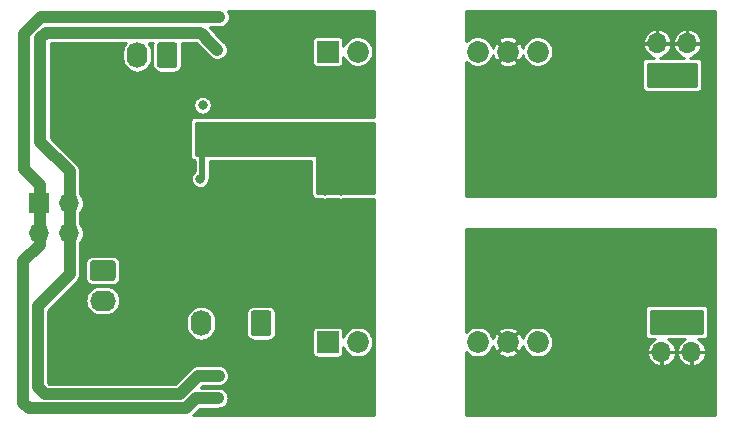
<source format=gbl>
G04 #@! TF.GenerationSoftware,KiCad,Pcbnew,(5.1.6)-1*
G04 #@! TF.CreationDate,2021-04-15T23:13:23+02:00*
G04 #@! TF.ProjectId,GateDriver,47617465-4472-4697-9665-722e6b696361,rev?*
G04 #@! TF.SameCoordinates,Original*
G04 #@! TF.FileFunction,Copper,L2,Bot*
G04 #@! TF.FilePolarity,Positive*
%FSLAX46Y46*%
G04 Gerber Fmt 4.6, Leading zero omitted, Abs format (unit mm)*
G04 Created by KiCad (PCBNEW (5.1.6)-1) date 2021-04-15 23:13:23*
%MOMM*%
%LPD*%
G01*
G04 APERTURE LIST*
G04 #@! TA.AperFunction,ComponentPad*
%ADD10O,1.700000X1.700000*%
G04 #@! TD*
G04 #@! TA.AperFunction,ComponentPad*
%ADD11R,1.700000X1.700000*%
G04 #@! TD*
G04 #@! TA.AperFunction,ComponentPad*
%ADD12O,1.740000X2.190000*%
G04 #@! TD*
G04 #@! TA.AperFunction,ComponentPad*
%ADD13O,2.190000X1.740000*%
G04 #@! TD*
G04 #@! TA.AperFunction,ComponentPad*
%ADD14C,1.850000*%
G04 #@! TD*
G04 #@! TA.AperFunction,ComponentPad*
%ADD15R,1.850000X1.850000*%
G04 #@! TD*
G04 #@! TA.AperFunction,ViaPad*
%ADD16C,0.800000*%
G04 #@! TD*
G04 #@! TA.AperFunction,Conductor*
%ADD17C,1.000000*%
G04 #@! TD*
G04 #@! TA.AperFunction,Conductor*
%ADD18C,0.500000*%
G04 #@! TD*
G04 #@! TA.AperFunction,Conductor*
%ADD19C,0.254000*%
G04 #@! TD*
G04 APERTURE END LIST*
D10*
X112590000Y-79240000D03*
X112590000Y-76700000D03*
X110050000Y-79240000D03*
D11*
X110050000Y-76700000D03*
D10*
X109685000Y-53110000D03*
X109685000Y-55650000D03*
X112225000Y-53110000D03*
D11*
X112225000Y-55650000D03*
D10*
X59890000Y-69190000D03*
X59890000Y-66650000D03*
X57350000Y-69190000D03*
D11*
X57350000Y-66650000D03*
D12*
X60580000Y-54100000D03*
X63120000Y-54100000D03*
X65660000Y-54100000D03*
G04 #@! TA.AperFunction,ComponentPad*
G36*
G01*
X69070000Y-53254999D02*
X69070000Y-54945001D01*
G75*
G02*
X68820001Y-55195000I-249999J0D01*
G01*
X67579999Y-55195000D01*
G75*
G02*
X67330000Y-54945001I0J249999D01*
G01*
X67330000Y-53254999D01*
G75*
G02*
X67579999Y-53005000I249999J0D01*
G01*
X68820001Y-53005000D01*
G75*
G02*
X69070000Y-53254999I0J-249999D01*
G01*
G37*
G04 #@! TD.AperFunction*
X68530000Y-76800000D03*
X71070000Y-76800000D03*
X73610000Y-76800000D03*
G04 #@! TA.AperFunction,ComponentPad*
G36*
G01*
X77020000Y-75954999D02*
X77020000Y-77645001D01*
G75*
G02*
X76770001Y-77895000I-249999J0D01*
G01*
X75529999Y-77895000D01*
G75*
G02*
X75280000Y-77645001I0J249999D01*
G01*
X75280000Y-75954999D01*
G75*
G02*
X75529999Y-75705000I249999J0D01*
G01*
X76770001Y-75705000D01*
G75*
G02*
X77020000Y-75954999I0J-249999D01*
G01*
G37*
G04 #@! TD.AperFunction*
D13*
X62750000Y-79970000D03*
X62750000Y-77430000D03*
X62750000Y-74890000D03*
G04 #@! TA.AperFunction,ComponentPad*
G36*
G01*
X61904999Y-71480000D02*
X63595001Y-71480000D01*
G75*
G02*
X63845000Y-71729999I0J-249999D01*
G01*
X63845000Y-72970001D01*
G75*
G02*
X63595001Y-73220000I-249999J0D01*
G01*
X61904999Y-73220000D01*
G75*
G02*
X61655000Y-72970001I0J249999D01*
G01*
X61655000Y-71729999D01*
G75*
G02*
X61904999Y-71480000I249999J0D01*
G01*
G37*
G04 #@! TD.AperFunction*
D14*
X99580000Y-53800000D03*
X97040000Y-53800000D03*
X94500000Y-53800000D03*
X84340000Y-53800000D03*
D15*
X81800000Y-53800000D03*
X81800000Y-78400000D03*
D14*
X84340000Y-78400000D03*
X94500000Y-78400000D03*
X97040000Y-78400000D03*
X99580000Y-78400000D03*
D16*
X72450000Y-53650000D03*
X71775000Y-52975000D03*
X71112500Y-52312500D03*
X72525000Y-81250000D03*
X71675000Y-81250000D03*
X70825000Y-81250000D03*
X72625000Y-50875000D03*
X71725000Y-50875000D03*
X70850000Y-50875000D03*
X72490000Y-83150000D03*
X71560000Y-83150000D03*
X70630002Y-83149998D03*
X64625000Y-60525000D03*
X65600000Y-60525000D03*
X65600000Y-61825000D03*
X64625000Y-61825000D03*
X82950000Y-66825000D03*
X82975000Y-68100000D03*
X81525000Y-68575000D03*
X77200000Y-65300000D03*
X76475000Y-65050000D03*
X67300000Y-63125000D03*
X70750000Y-67550000D03*
X72750000Y-65275000D03*
X79525000Y-66200000D03*
X60775000Y-63150000D03*
X74710000Y-58360000D03*
X63950000Y-64350000D03*
X64525000Y-68100000D03*
X76650000Y-70075000D03*
X80775000Y-72800000D03*
X79575000Y-70025000D03*
X81290000Y-84330000D03*
X84590000Y-84210000D03*
X85250000Y-81650000D03*
X85260000Y-76720000D03*
X85250000Y-73450000D03*
X85260000Y-58560000D03*
X85230000Y-55510000D03*
X85240000Y-51730000D03*
X58790000Y-55590000D03*
X58820000Y-59100000D03*
X61930000Y-55590000D03*
X78040000Y-58360000D03*
X78040000Y-56570000D03*
X74720000Y-56580000D03*
X71210000Y-56580000D03*
X65320000Y-72070000D03*
X65300000Y-74570000D03*
X65310000Y-77150000D03*
X67300000Y-81260000D03*
X65300000Y-81260000D03*
X62160000Y-81270000D03*
X59010000Y-81240000D03*
X59030000Y-78180000D03*
X59010000Y-75360000D03*
X65850000Y-58550000D03*
X71200000Y-60275000D03*
X73825000Y-60300000D03*
X71175000Y-62100000D03*
X72700000Y-61075000D03*
X71000000Y-64575000D03*
X81525000Y-65575000D03*
X82900000Y-65575000D03*
X77200000Y-61200000D03*
X85260000Y-61540000D03*
X71200000Y-58360000D03*
X98675000Y-65575000D03*
X99725000Y-65575000D03*
X106250000Y-51825000D03*
X106250000Y-53850000D03*
X106250000Y-55875000D03*
X106250000Y-57875000D03*
X106250000Y-58824999D03*
X113300000Y-51050000D03*
X109700000Y-51050000D03*
X113425000Y-65000000D03*
X113425000Y-63125000D03*
X113275000Y-59775000D03*
X93900000Y-73150000D03*
X95000000Y-73150000D03*
X106475000Y-75675000D03*
X106475000Y-77700000D03*
X106475000Y-79700000D03*
X106475000Y-81700000D03*
X106475000Y-83700000D03*
X109450000Y-83700000D03*
X113850000Y-83700000D03*
X108750000Y-69375000D03*
X99700000Y-72650000D03*
X108475000Y-72500000D03*
X109450000Y-81450000D03*
X113850000Y-81450000D03*
D17*
X59945000Y-65100000D02*
X59945000Y-64095000D01*
X72450000Y-53650000D02*
X72450000Y-53650000D01*
X71775000Y-52975000D02*
X72450000Y-53650000D01*
X71112500Y-52312500D02*
X71775000Y-52975000D01*
X72525000Y-81250000D02*
X72575000Y-81250000D01*
X71675000Y-81250000D02*
X72525000Y-81250000D01*
X70825000Y-81250000D02*
X71675000Y-81250000D01*
X59945000Y-65100000D02*
X59945000Y-70150000D01*
X71000000Y-52200000D02*
X71112500Y-52312500D01*
X59945000Y-63948002D02*
X57450000Y-61453002D01*
X57450000Y-52675000D02*
X57925000Y-52200000D01*
X57450000Y-61453002D02*
X57450000Y-52675000D01*
X59945000Y-65100000D02*
X59945000Y-63948002D01*
X57925000Y-52200000D02*
X71000000Y-52200000D01*
X57834989Y-82809989D02*
X69265011Y-82809989D01*
X69265011Y-82809989D02*
X70825000Y-81250000D01*
X57230011Y-75369989D02*
X57230011Y-82205011D01*
X57230011Y-82205011D02*
X57834989Y-82809989D01*
X59945000Y-72655000D02*
X57230011Y-75369989D01*
X59945000Y-70150000D02*
X59945000Y-72655000D01*
X72625000Y-50875000D02*
X72625000Y-50875000D01*
X71725000Y-50875000D02*
X72625000Y-50875000D01*
X70850000Y-50875000D02*
X71725000Y-50875000D01*
X72525000Y-83150000D02*
X72525000Y-83150000D01*
X71675000Y-83150000D02*
X72525000Y-83150000D01*
X57405000Y-65100000D02*
X57405000Y-70150000D01*
X57525000Y-50875000D02*
X70850000Y-50875000D01*
X56075000Y-52325000D02*
X57525000Y-50875000D01*
X57405000Y-65100000D02*
X56075000Y-63770000D01*
X56075000Y-63770000D02*
X56075000Y-52325000D01*
X56030000Y-71525000D02*
X56030000Y-83560000D01*
X56030000Y-83560000D02*
X56480000Y-84010000D01*
X57405000Y-70150000D02*
X56030000Y-71525000D01*
X70630004Y-83150000D02*
X70630002Y-83149998D01*
X56480000Y-84010000D02*
X69770000Y-84010000D01*
X71675000Y-83150000D02*
X70630004Y-83150000D01*
X69770000Y-84010000D02*
X70630002Y-83149998D01*
D18*
X71175000Y-62100000D02*
X71175000Y-64400000D01*
X71175000Y-64400000D02*
X71000000Y-64575000D01*
D19*
G36*
X114594001Y-66073000D02*
G01*
X93527000Y-66073000D01*
X93527000Y-54673962D01*
X93667474Y-54814436D01*
X93881377Y-54957362D01*
X94119054Y-55055811D01*
X94371370Y-55106000D01*
X94628630Y-55106000D01*
X94880946Y-55055811D01*
X95118623Y-54957362D01*
X95332526Y-54814436D01*
X95470254Y-54676708D01*
X96195819Y-54676708D01*
X96287364Y-54875044D01*
X96511556Y-55001219D01*
X96756056Y-55081232D01*
X97011468Y-55112008D01*
X97267976Y-55092364D01*
X97515723Y-55023056D01*
X97745188Y-54906746D01*
X97792636Y-54875044D01*
X97884181Y-54676708D01*
X97040000Y-53832527D01*
X96195819Y-54676708D01*
X95470254Y-54676708D01*
X95514436Y-54632526D01*
X95657362Y-54418623D01*
X95755811Y-54180946D01*
X95770197Y-54108622D01*
X95816944Y-54275723D01*
X95933254Y-54505188D01*
X95964956Y-54552636D01*
X96163292Y-54644181D01*
X97007473Y-53800000D01*
X97072527Y-53800000D01*
X97916708Y-54644181D01*
X98115044Y-54552636D01*
X98241219Y-54328444D01*
X98311070Y-54114995D01*
X98324189Y-54180946D01*
X98422638Y-54418623D01*
X98565564Y-54632526D01*
X98747474Y-54814436D01*
X98961377Y-54957362D01*
X99199054Y-55055811D01*
X99451370Y-55106000D01*
X99708630Y-55106000D01*
X99960946Y-55055811D01*
X100198623Y-54957362D01*
X100412526Y-54814436D01*
X100526962Y-54700000D01*
X108419000Y-54700000D01*
X108419000Y-56850000D01*
X108426321Y-56924329D01*
X108448002Y-56995802D01*
X108483210Y-57061672D01*
X108530592Y-57119408D01*
X108588328Y-57166790D01*
X108654198Y-57201998D01*
X108725671Y-57223679D01*
X108800000Y-57231000D01*
X113125000Y-57231000D01*
X113199329Y-57223679D01*
X113270802Y-57201998D01*
X113336672Y-57166790D01*
X113394408Y-57119408D01*
X113441790Y-57061672D01*
X113476998Y-56995802D01*
X113498679Y-56924329D01*
X113506000Y-56850000D01*
X113506000Y-54700000D01*
X113498679Y-54625671D01*
X113476998Y-54554198D01*
X113441790Y-54488328D01*
X113394408Y-54430592D01*
X113336672Y-54383210D01*
X113270802Y-54348002D01*
X113199329Y-54326321D01*
X113125000Y-54319000D01*
X112455506Y-54319000D01*
X112489957Y-54312147D01*
X112719393Y-54237358D01*
X112929830Y-54119245D01*
X113113181Y-53962347D01*
X113262400Y-53772694D01*
X113371752Y-53557574D01*
X113437035Y-53325254D01*
X113360536Y-53133000D01*
X112248000Y-53133000D01*
X112248000Y-53153000D01*
X112202000Y-53153000D01*
X112202000Y-53133000D01*
X111089464Y-53133000D01*
X111012965Y-53325254D01*
X111078248Y-53557574D01*
X111187600Y-53772694D01*
X111336819Y-53962347D01*
X111520170Y-54119245D01*
X111730607Y-54237358D01*
X111960043Y-54312147D01*
X111994494Y-54319000D01*
X109915506Y-54319000D01*
X109949957Y-54312147D01*
X110179393Y-54237358D01*
X110389830Y-54119245D01*
X110573181Y-53962347D01*
X110722400Y-53772694D01*
X110831752Y-53557574D01*
X110897035Y-53325254D01*
X110820536Y-53133000D01*
X109708000Y-53133000D01*
X109708000Y-53153000D01*
X109662000Y-53153000D01*
X109662000Y-53133000D01*
X108549464Y-53133000D01*
X108472965Y-53325254D01*
X108538248Y-53557574D01*
X108647600Y-53772694D01*
X108796819Y-53962347D01*
X108980170Y-54119245D01*
X109190607Y-54237358D01*
X109420043Y-54312147D01*
X109454494Y-54319000D01*
X108800000Y-54319000D01*
X108725671Y-54326321D01*
X108654198Y-54348002D01*
X108588328Y-54383210D01*
X108530592Y-54430592D01*
X108483210Y-54488328D01*
X108448002Y-54554198D01*
X108426321Y-54625671D01*
X108419000Y-54700000D01*
X100526962Y-54700000D01*
X100594436Y-54632526D01*
X100737362Y-54418623D01*
X100835811Y-54180946D01*
X100886000Y-53928630D01*
X100886000Y-53671370D01*
X100835811Y-53419054D01*
X100737362Y-53181377D01*
X100594436Y-52967474D01*
X100521708Y-52894746D01*
X108472965Y-52894746D01*
X108549464Y-53087000D01*
X109662000Y-53087000D01*
X109662000Y-51974483D01*
X109708000Y-51974483D01*
X109708000Y-53087000D01*
X110820536Y-53087000D01*
X110897035Y-52894746D01*
X111012965Y-52894746D01*
X111089464Y-53087000D01*
X112202000Y-53087000D01*
X112202000Y-51974483D01*
X112248000Y-51974483D01*
X112248000Y-53087000D01*
X113360536Y-53087000D01*
X113437035Y-52894746D01*
X113371752Y-52662426D01*
X113262400Y-52447306D01*
X113113181Y-52257653D01*
X112929830Y-52100755D01*
X112719393Y-51982642D01*
X112489957Y-51907853D01*
X112440254Y-51897966D01*
X112248000Y-51974483D01*
X112202000Y-51974483D01*
X112009746Y-51897966D01*
X111960043Y-51907853D01*
X111730607Y-51982642D01*
X111520170Y-52100755D01*
X111336819Y-52257653D01*
X111187600Y-52447306D01*
X111078248Y-52662426D01*
X111012965Y-52894746D01*
X110897035Y-52894746D01*
X110831752Y-52662426D01*
X110722400Y-52447306D01*
X110573181Y-52257653D01*
X110389830Y-52100755D01*
X110179393Y-51982642D01*
X109949957Y-51907853D01*
X109900254Y-51897966D01*
X109708000Y-51974483D01*
X109662000Y-51974483D01*
X109469746Y-51897966D01*
X109420043Y-51907853D01*
X109190607Y-51982642D01*
X108980170Y-52100755D01*
X108796819Y-52257653D01*
X108647600Y-52447306D01*
X108538248Y-52662426D01*
X108472965Y-52894746D01*
X100521708Y-52894746D01*
X100412526Y-52785564D01*
X100198623Y-52642638D01*
X99960946Y-52544189D01*
X99708630Y-52494000D01*
X99451370Y-52494000D01*
X99199054Y-52544189D01*
X98961377Y-52642638D01*
X98747474Y-52785564D01*
X98565564Y-52967474D01*
X98422638Y-53181377D01*
X98324189Y-53419054D01*
X98309803Y-53491378D01*
X98263056Y-53324277D01*
X98146746Y-53094812D01*
X98115044Y-53047364D01*
X97916708Y-52955819D01*
X97072527Y-53800000D01*
X97007473Y-53800000D01*
X96163292Y-52955819D01*
X95964956Y-53047364D01*
X95838781Y-53271556D01*
X95768930Y-53485005D01*
X95755811Y-53419054D01*
X95657362Y-53181377D01*
X95514436Y-52967474D01*
X95470254Y-52923292D01*
X96195819Y-52923292D01*
X97040000Y-53767473D01*
X97884181Y-52923292D01*
X97792636Y-52724956D01*
X97568444Y-52598781D01*
X97323944Y-52518768D01*
X97068532Y-52487992D01*
X96812024Y-52507636D01*
X96564277Y-52576944D01*
X96334812Y-52693254D01*
X96287364Y-52724956D01*
X96195819Y-52923292D01*
X95470254Y-52923292D01*
X95332526Y-52785564D01*
X95118623Y-52642638D01*
X94880946Y-52544189D01*
X94628630Y-52494000D01*
X94371370Y-52494000D01*
X94119054Y-52544189D01*
X93881377Y-52642638D01*
X93667474Y-52785564D01*
X93527000Y-52926038D01*
X93527000Y-50406000D01*
X114594001Y-50406000D01*
X114594001Y-66073000D01*
G37*
X114594001Y-66073000D02*
X93527000Y-66073000D01*
X93527000Y-54673962D01*
X93667474Y-54814436D01*
X93881377Y-54957362D01*
X94119054Y-55055811D01*
X94371370Y-55106000D01*
X94628630Y-55106000D01*
X94880946Y-55055811D01*
X95118623Y-54957362D01*
X95332526Y-54814436D01*
X95470254Y-54676708D01*
X96195819Y-54676708D01*
X96287364Y-54875044D01*
X96511556Y-55001219D01*
X96756056Y-55081232D01*
X97011468Y-55112008D01*
X97267976Y-55092364D01*
X97515723Y-55023056D01*
X97745188Y-54906746D01*
X97792636Y-54875044D01*
X97884181Y-54676708D01*
X97040000Y-53832527D01*
X96195819Y-54676708D01*
X95470254Y-54676708D01*
X95514436Y-54632526D01*
X95657362Y-54418623D01*
X95755811Y-54180946D01*
X95770197Y-54108622D01*
X95816944Y-54275723D01*
X95933254Y-54505188D01*
X95964956Y-54552636D01*
X96163292Y-54644181D01*
X97007473Y-53800000D01*
X97072527Y-53800000D01*
X97916708Y-54644181D01*
X98115044Y-54552636D01*
X98241219Y-54328444D01*
X98311070Y-54114995D01*
X98324189Y-54180946D01*
X98422638Y-54418623D01*
X98565564Y-54632526D01*
X98747474Y-54814436D01*
X98961377Y-54957362D01*
X99199054Y-55055811D01*
X99451370Y-55106000D01*
X99708630Y-55106000D01*
X99960946Y-55055811D01*
X100198623Y-54957362D01*
X100412526Y-54814436D01*
X100526962Y-54700000D01*
X108419000Y-54700000D01*
X108419000Y-56850000D01*
X108426321Y-56924329D01*
X108448002Y-56995802D01*
X108483210Y-57061672D01*
X108530592Y-57119408D01*
X108588328Y-57166790D01*
X108654198Y-57201998D01*
X108725671Y-57223679D01*
X108800000Y-57231000D01*
X113125000Y-57231000D01*
X113199329Y-57223679D01*
X113270802Y-57201998D01*
X113336672Y-57166790D01*
X113394408Y-57119408D01*
X113441790Y-57061672D01*
X113476998Y-56995802D01*
X113498679Y-56924329D01*
X113506000Y-56850000D01*
X113506000Y-54700000D01*
X113498679Y-54625671D01*
X113476998Y-54554198D01*
X113441790Y-54488328D01*
X113394408Y-54430592D01*
X113336672Y-54383210D01*
X113270802Y-54348002D01*
X113199329Y-54326321D01*
X113125000Y-54319000D01*
X112455506Y-54319000D01*
X112489957Y-54312147D01*
X112719393Y-54237358D01*
X112929830Y-54119245D01*
X113113181Y-53962347D01*
X113262400Y-53772694D01*
X113371752Y-53557574D01*
X113437035Y-53325254D01*
X113360536Y-53133000D01*
X112248000Y-53133000D01*
X112248000Y-53153000D01*
X112202000Y-53153000D01*
X112202000Y-53133000D01*
X111089464Y-53133000D01*
X111012965Y-53325254D01*
X111078248Y-53557574D01*
X111187600Y-53772694D01*
X111336819Y-53962347D01*
X111520170Y-54119245D01*
X111730607Y-54237358D01*
X111960043Y-54312147D01*
X111994494Y-54319000D01*
X109915506Y-54319000D01*
X109949957Y-54312147D01*
X110179393Y-54237358D01*
X110389830Y-54119245D01*
X110573181Y-53962347D01*
X110722400Y-53772694D01*
X110831752Y-53557574D01*
X110897035Y-53325254D01*
X110820536Y-53133000D01*
X109708000Y-53133000D01*
X109708000Y-53153000D01*
X109662000Y-53153000D01*
X109662000Y-53133000D01*
X108549464Y-53133000D01*
X108472965Y-53325254D01*
X108538248Y-53557574D01*
X108647600Y-53772694D01*
X108796819Y-53962347D01*
X108980170Y-54119245D01*
X109190607Y-54237358D01*
X109420043Y-54312147D01*
X109454494Y-54319000D01*
X108800000Y-54319000D01*
X108725671Y-54326321D01*
X108654198Y-54348002D01*
X108588328Y-54383210D01*
X108530592Y-54430592D01*
X108483210Y-54488328D01*
X108448002Y-54554198D01*
X108426321Y-54625671D01*
X108419000Y-54700000D01*
X100526962Y-54700000D01*
X100594436Y-54632526D01*
X100737362Y-54418623D01*
X100835811Y-54180946D01*
X100886000Y-53928630D01*
X100886000Y-53671370D01*
X100835811Y-53419054D01*
X100737362Y-53181377D01*
X100594436Y-52967474D01*
X100521708Y-52894746D01*
X108472965Y-52894746D01*
X108549464Y-53087000D01*
X109662000Y-53087000D01*
X109662000Y-51974483D01*
X109708000Y-51974483D01*
X109708000Y-53087000D01*
X110820536Y-53087000D01*
X110897035Y-52894746D01*
X111012965Y-52894746D01*
X111089464Y-53087000D01*
X112202000Y-53087000D01*
X112202000Y-51974483D01*
X112248000Y-51974483D01*
X112248000Y-53087000D01*
X113360536Y-53087000D01*
X113437035Y-52894746D01*
X113371752Y-52662426D01*
X113262400Y-52447306D01*
X113113181Y-52257653D01*
X112929830Y-52100755D01*
X112719393Y-51982642D01*
X112489957Y-51907853D01*
X112440254Y-51897966D01*
X112248000Y-51974483D01*
X112202000Y-51974483D01*
X112009746Y-51897966D01*
X111960043Y-51907853D01*
X111730607Y-51982642D01*
X111520170Y-52100755D01*
X111336819Y-52257653D01*
X111187600Y-52447306D01*
X111078248Y-52662426D01*
X111012965Y-52894746D01*
X110897035Y-52894746D01*
X110831752Y-52662426D01*
X110722400Y-52447306D01*
X110573181Y-52257653D01*
X110389830Y-52100755D01*
X110179393Y-51982642D01*
X109949957Y-51907853D01*
X109900254Y-51897966D01*
X109708000Y-51974483D01*
X109662000Y-51974483D01*
X109469746Y-51897966D01*
X109420043Y-51907853D01*
X109190607Y-51982642D01*
X108980170Y-52100755D01*
X108796819Y-52257653D01*
X108647600Y-52447306D01*
X108538248Y-52662426D01*
X108472965Y-52894746D01*
X100521708Y-52894746D01*
X100412526Y-52785564D01*
X100198623Y-52642638D01*
X99960946Y-52544189D01*
X99708630Y-52494000D01*
X99451370Y-52494000D01*
X99199054Y-52544189D01*
X98961377Y-52642638D01*
X98747474Y-52785564D01*
X98565564Y-52967474D01*
X98422638Y-53181377D01*
X98324189Y-53419054D01*
X98309803Y-53491378D01*
X98263056Y-53324277D01*
X98146746Y-53094812D01*
X98115044Y-53047364D01*
X97916708Y-52955819D01*
X97072527Y-53800000D01*
X97007473Y-53800000D01*
X96163292Y-52955819D01*
X95964956Y-53047364D01*
X95838781Y-53271556D01*
X95768930Y-53485005D01*
X95755811Y-53419054D01*
X95657362Y-53181377D01*
X95514436Y-52967474D01*
X95470254Y-52923292D01*
X96195819Y-52923292D01*
X97040000Y-53767473D01*
X97884181Y-52923292D01*
X97792636Y-52724956D01*
X97568444Y-52598781D01*
X97323944Y-52518768D01*
X97068532Y-52487992D01*
X96812024Y-52507636D01*
X96564277Y-52576944D01*
X96334812Y-52693254D01*
X96287364Y-52724956D01*
X96195819Y-52923292D01*
X95470254Y-52923292D01*
X95332526Y-52785564D01*
X95118623Y-52642638D01*
X94880946Y-52544189D01*
X94628630Y-52494000D01*
X94371370Y-52494000D01*
X94119054Y-52544189D01*
X93881377Y-52642638D01*
X93667474Y-52785564D01*
X93527000Y-52926038D01*
X93527000Y-50406000D01*
X114594001Y-50406000D01*
X114594001Y-66073000D01*
G36*
X114594000Y-84594000D02*
G01*
X93527000Y-84594000D01*
X93527000Y-79273962D01*
X93667474Y-79414436D01*
X93881377Y-79557362D01*
X94119054Y-79655811D01*
X94371370Y-79706000D01*
X94628630Y-79706000D01*
X94880946Y-79655811D01*
X95118623Y-79557362D01*
X95332526Y-79414436D01*
X95470254Y-79276708D01*
X96195819Y-79276708D01*
X96287364Y-79475044D01*
X96511556Y-79601219D01*
X96756056Y-79681232D01*
X97011468Y-79712008D01*
X97267976Y-79692364D01*
X97515723Y-79623056D01*
X97745188Y-79506746D01*
X97792636Y-79475044D01*
X97884181Y-79276708D01*
X97040000Y-78432527D01*
X96195819Y-79276708D01*
X95470254Y-79276708D01*
X95514436Y-79232526D01*
X95657362Y-79018623D01*
X95755811Y-78780946D01*
X95770197Y-78708622D01*
X95816944Y-78875723D01*
X95933254Y-79105188D01*
X95964956Y-79152636D01*
X96163292Y-79244181D01*
X97007473Y-78400000D01*
X97072527Y-78400000D01*
X97916708Y-79244181D01*
X98115044Y-79152636D01*
X98241219Y-78928444D01*
X98311070Y-78714995D01*
X98324189Y-78780946D01*
X98422638Y-79018623D01*
X98565564Y-79232526D01*
X98747474Y-79414436D01*
X98961377Y-79557362D01*
X99199054Y-79655811D01*
X99451370Y-79706000D01*
X99708630Y-79706000D01*
X99960946Y-79655811D01*
X100198623Y-79557362D01*
X100351437Y-79455254D01*
X108837965Y-79455254D01*
X108903248Y-79687574D01*
X109012600Y-79902694D01*
X109161819Y-80092347D01*
X109345170Y-80249245D01*
X109555607Y-80367358D01*
X109785043Y-80442147D01*
X109834746Y-80452034D01*
X110027000Y-80375517D01*
X110027000Y-79263000D01*
X110073000Y-79263000D01*
X110073000Y-80375517D01*
X110265254Y-80452034D01*
X110314957Y-80442147D01*
X110544393Y-80367358D01*
X110754830Y-80249245D01*
X110938181Y-80092347D01*
X111087400Y-79902694D01*
X111196752Y-79687574D01*
X111262035Y-79455254D01*
X111377965Y-79455254D01*
X111443248Y-79687574D01*
X111552600Y-79902694D01*
X111701819Y-80092347D01*
X111885170Y-80249245D01*
X112095607Y-80367358D01*
X112325043Y-80442147D01*
X112374746Y-80452034D01*
X112567000Y-80375517D01*
X112567000Y-79263000D01*
X112613000Y-79263000D01*
X112613000Y-80375517D01*
X112805254Y-80452034D01*
X112854957Y-80442147D01*
X113084393Y-80367358D01*
X113294830Y-80249245D01*
X113478181Y-80092347D01*
X113627400Y-79902694D01*
X113736752Y-79687574D01*
X113802035Y-79455254D01*
X113725536Y-79263000D01*
X112613000Y-79263000D01*
X112567000Y-79263000D01*
X111454464Y-79263000D01*
X111377965Y-79455254D01*
X111262035Y-79455254D01*
X111185536Y-79263000D01*
X110073000Y-79263000D01*
X110027000Y-79263000D01*
X108914464Y-79263000D01*
X108837965Y-79455254D01*
X100351437Y-79455254D01*
X100412526Y-79414436D01*
X100594436Y-79232526D01*
X100737362Y-79018623D01*
X100835811Y-78780946D01*
X100886000Y-78528630D01*
X100886000Y-78271370D01*
X100835811Y-78019054D01*
X100737362Y-77781377D01*
X100594436Y-77567474D01*
X100412526Y-77385564D01*
X100198623Y-77242638D01*
X99960946Y-77144189D01*
X99708630Y-77094000D01*
X99451370Y-77094000D01*
X99199054Y-77144189D01*
X98961377Y-77242638D01*
X98747474Y-77385564D01*
X98565564Y-77567474D01*
X98422638Y-77781377D01*
X98324189Y-78019054D01*
X98309803Y-78091378D01*
X98263056Y-77924277D01*
X98146746Y-77694812D01*
X98115044Y-77647364D01*
X97916708Y-77555819D01*
X97072527Y-78400000D01*
X97007473Y-78400000D01*
X96163292Y-77555819D01*
X95964956Y-77647364D01*
X95838781Y-77871556D01*
X95768930Y-78085005D01*
X95755811Y-78019054D01*
X95657362Y-77781377D01*
X95514436Y-77567474D01*
X95470254Y-77523292D01*
X96195819Y-77523292D01*
X97040000Y-78367473D01*
X97884181Y-77523292D01*
X97792636Y-77324956D01*
X97568444Y-77198781D01*
X97323944Y-77118768D01*
X97068532Y-77087992D01*
X96812024Y-77107636D01*
X96564277Y-77176944D01*
X96334812Y-77293254D01*
X96287364Y-77324956D01*
X96195819Y-77523292D01*
X95470254Y-77523292D01*
X95332526Y-77385564D01*
X95118623Y-77242638D01*
X94880946Y-77144189D01*
X94628630Y-77094000D01*
X94371370Y-77094000D01*
X94119054Y-77144189D01*
X93881377Y-77242638D01*
X93667474Y-77385564D01*
X93527000Y-77526038D01*
X93527000Y-75650000D01*
X108619000Y-75650000D01*
X108619000Y-77775000D01*
X108626321Y-77849329D01*
X108648002Y-77920802D01*
X108683210Y-77986672D01*
X108730592Y-78044408D01*
X108788328Y-78091790D01*
X108854198Y-78126998D01*
X108925671Y-78148679D01*
X109000000Y-78156000D01*
X109478358Y-78156000D01*
X109345170Y-78230755D01*
X109161819Y-78387653D01*
X109012600Y-78577306D01*
X108903248Y-78792426D01*
X108837965Y-79024746D01*
X108914464Y-79217000D01*
X110027000Y-79217000D01*
X110027000Y-79197000D01*
X110073000Y-79197000D01*
X110073000Y-79217000D01*
X111185536Y-79217000D01*
X111262035Y-79024746D01*
X111196752Y-78792426D01*
X111087400Y-78577306D01*
X110938181Y-78387653D01*
X110754830Y-78230755D01*
X110621642Y-78156000D01*
X112018358Y-78156000D01*
X111885170Y-78230755D01*
X111701819Y-78387653D01*
X111552600Y-78577306D01*
X111443248Y-78792426D01*
X111377965Y-79024746D01*
X111454464Y-79217000D01*
X112567000Y-79217000D01*
X112567000Y-79197000D01*
X112613000Y-79197000D01*
X112613000Y-79217000D01*
X113725536Y-79217000D01*
X113802035Y-79024746D01*
X113736752Y-78792426D01*
X113627400Y-78577306D01*
X113478181Y-78387653D01*
X113294830Y-78230755D01*
X113161642Y-78156000D01*
X113650000Y-78156000D01*
X113724329Y-78148679D01*
X113795802Y-78126998D01*
X113861672Y-78091790D01*
X113919408Y-78044408D01*
X113966790Y-77986672D01*
X114001998Y-77920802D01*
X114023679Y-77849329D01*
X114031000Y-77775000D01*
X114031000Y-75650000D01*
X114023679Y-75575671D01*
X114001998Y-75504198D01*
X113966790Y-75438328D01*
X113919408Y-75380592D01*
X113861672Y-75333210D01*
X113795802Y-75298002D01*
X113724329Y-75276321D01*
X113650000Y-75269000D01*
X109000000Y-75269000D01*
X108925671Y-75276321D01*
X108854198Y-75298002D01*
X108788328Y-75333210D01*
X108730592Y-75380592D01*
X108683210Y-75438328D01*
X108648002Y-75504198D01*
X108626321Y-75575671D01*
X108619000Y-75650000D01*
X93527000Y-75650000D01*
X93527000Y-68827000D01*
X114594000Y-68827000D01*
X114594000Y-84594000D01*
G37*
X114594000Y-84594000D02*
X93527000Y-84594000D01*
X93527000Y-79273962D01*
X93667474Y-79414436D01*
X93881377Y-79557362D01*
X94119054Y-79655811D01*
X94371370Y-79706000D01*
X94628630Y-79706000D01*
X94880946Y-79655811D01*
X95118623Y-79557362D01*
X95332526Y-79414436D01*
X95470254Y-79276708D01*
X96195819Y-79276708D01*
X96287364Y-79475044D01*
X96511556Y-79601219D01*
X96756056Y-79681232D01*
X97011468Y-79712008D01*
X97267976Y-79692364D01*
X97515723Y-79623056D01*
X97745188Y-79506746D01*
X97792636Y-79475044D01*
X97884181Y-79276708D01*
X97040000Y-78432527D01*
X96195819Y-79276708D01*
X95470254Y-79276708D01*
X95514436Y-79232526D01*
X95657362Y-79018623D01*
X95755811Y-78780946D01*
X95770197Y-78708622D01*
X95816944Y-78875723D01*
X95933254Y-79105188D01*
X95964956Y-79152636D01*
X96163292Y-79244181D01*
X97007473Y-78400000D01*
X97072527Y-78400000D01*
X97916708Y-79244181D01*
X98115044Y-79152636D01*
X98241219Y-78928444D01*
X98311070Y-78714995D01*
X98324189Y-78780946D01*
X98422638Y-79018623D01*
X98565564Y-79232526D01*
X98747474Y-79414436D01*
X98961377Y-79557362D01*
X99199054Y-79655811D01*
X99451370Y-79706000D01*
X99708630Y-79706000D01*
X99960946Y-79655811D01*
X100198623Y-79557362D01*
X100351437Y-79455254D01*
X108837965Y-79455254D01*
X108903248Y-79687574D01*
X109012600Y-79902694D01*
X109161819Y-80092347D01*
X109345170Y-80249245D01*
X109555607Y-80367358D01*
X109785043Y-80442147D01*
X109834746Y-80452034D01*
X110027000Y-80375517D01*
X110027000Y-79263000D01*
X110073000Y-79263000D01*
X110073000Y-80375517D01*
X110265254Y-80452034D01*
X110314957Y-80442147D01*
X110544393Y-80367358D01*
X110754830Y-80249245D01*
X110938181Y-80092347D01*
X111087400Y-79902694D01*
X111196752Y-79687574D01*
X111262035Y-79455254D01*
X111377965Y-79455254D01*
X111443248Y-79687574D01*
X111552600Y-79902694D01*
X111701819Y-80092347D01*
X111885170Y-80249245D01*
X112095607Y-80367358D01*
X112325043Y-80442147D01*
X112374746Y-80452034D01*
X112567000Y-80375517D01*
X112567000Y-79263000D01*
X112613000Y-79263000D01*
X112613000Y-80375517D01*
X112805254Y-80452034D01*
X112854957Y-80442147D01*
X113084393Y-80367358D01*
X113294830Y-80249245D01*
X113478181Y-80092347D01*
X113627400Y-79902694D01*
X113736752Y-79687574D01*
X113802035Y-79455254D01*
X113725536Y-79263000D01*
X112613000Y-79263000D01*
X112567000Y-79263000D01*
X111454464Y-79263000D01*
X111377965Y-79455254D01*
X111262035Y-79455254D01*
X111185536Y-79263000D01*
X110073000Y-79263000D01*
X110027000Y-79263000D01*
X108914464Y-79263000D01*
X108837965Y-79455254D01*
X100351437Y-79455254D01*
X100412526Y-79414436D01*
X100594436Y-79232526D01*
X100737362Y-79018623D01*
X100835811Y-78780946D01*
X100886000Y-78528630D01*
X100886000Y-78271370D01*
X100835811Y-78019054D01*
X100737362Y-77781377D01*
X100594436Y-77567474D01*
X100412526Y-77385564D01*
X100198623Y-77242638D01*
X99960946Y-77144189D01*
X99708630Y-77094000D01*
X99451370Y-77094000D01*
X99199054Y-77144189D01*
X98961377Y-77242638D01*
X98747474Y-77385564D01*
X98565564Y-77567474D01*
X98422638Y-77781377D01*
X98324189Y-78019054D01*
X98309803Y-78091378D01*
X98263056Y-77924277D01*
X98146746Y-77694812D01*
X98115044Y-77647364D01*
X97916708Y-77555819D01*
X97072527Y-78400000D01*
X97007473Y-78400000D01*
X96163292Y-77555819D01*
X95964956Y-77647364D01*
X95838781Y-77871556D01*
X95768930Y-78085005D01*
X95755811Y-78019054D01*
X95657362Y-77781377D01*
X95514436Y-77567474D01*
X95470254Y-77523292D01*
X96195819Y-77523292D01*
X97040000Y-78367473D01*
X97884181Y-77523292D01*
X97792636Y-77324956D01*
X97568444Y-77198781D01*
X97323944Y-77118768D01*
X97068532Y-77087992D01*
X96812024Y-77107636D01*
X96564277Y-77176944D01*
X96334812Y-77293254D01*
X96287364Y-77324956D01*
X96195819Y-77523292D01*
X95470254Y-77523292D01*
X95332526Y-77385564D01*
X95118623Y-77242638D01*
X94880946Y-77144189D01*
X94628630Y-77094000D01*
X94371370Y-77094000D01*
X94119054Y-77144189D01*
X93881377Y-77242638D01*
X93667474Y-77385564D01*
X93527000Y-77526038D01*
X93527000Y-75650000D01*
X108619000Y-75650000D01*
X108619000Y-77775000D01*
X108626321Y-77849329D01*
X108648002Y-77920802D01*
X108683210Y-77986672D01*
X108730592Y-78044408D01*
X108788328Y-78091790D01*
X108854198Y-78126998D01*
X108925671Y-78148679D01*
X109000000Y-78156000D01*
X109478358Y-78156000D01*
X109345170Y-78230755D01*
X109161819Y-78387653D01*
X109012600Y-78577306D01*
X108903248Y-78792426D01*
X108837965Y-79024746D01*
X108914464Y-79217000D01*
X110027000Y-79217000D01*
X110027000Y-79197000D01*
X110073000Y-79197000D01*
X110073000Y-79217000D01*
X111185536Y-79217000D01*
X111262035Y-79024746D01*
X111196752Y-78792426D01*
X111087400Y-78577306D01*
X110938181Y-78387653D01*
X110754830Y-78230755D01*
X110621642Y-78156000D01*
X112018358Y-78156000D01*
X111885170Y-78230755D01*
X111701819Y-78387653D01*
X111552600Y-78577306D01*
X111443248Y-78792426D01*
X111377965Y-79024746D01*
X111454464Y-79217000D01*
X112567000Y-79217000D01*
X112567000Y-79197000D01*
X112613000Y-79197000D01*
X112613000Y-79217000D01*
X113725536Y-79217000D01*
X113802035Y-79024746D01*
X113736752Y-78792426D01*
X113627400Y-78577306D01*
X113478181Y-78387653D01*
X113294830Y-78230755D01*
X113161642Y-78156000D01*
X113650000Y-78156000D01*
X113724329Y-78148679D01*
X113795802Y-78126998D01*
X113861672Y-78091790D01*
X113919408Y-78044408D01*
X113966790Y-77986672D01*
X114001998Y-77920802D01*
X114023679Y-77849329D01*
X114031000Y-77775000D01*
X114031000Y-75650000D01*
X114023679Y-75575671D01*
X114001998Y-75504198D01*
X113966790Y-75438328D01*
X113919408Y-75380592D01*
X113861672Y-75333210D01*
X113795802Y-75298002D01*
X113724329Y-75276321D01*
X113650000Y-75269000D01*
X109000000Y-75269000D01*
X108925671Y-75276321D01*
X108854198Y-75298002D01*
X108788328Y-75333210D01*
X108730592Y-75380592D01*
X108683210Y-75438328D01*
X108648002Y-75504198D01*
X108626321Y-75575671D01*
X108619000Y-75650000D01*
X93527000Y-75650000D01*
X93527000Y-68827000D01*
X114594000Y-68827000D01*
X114594000Y-84594000D01*
G36*
X85673000Y-62523000D02*
G01*
X70677000Y-62523000D01*
X70677000Y-59827000D01*
X85673000Y-59827000D01*
X85673000Y-62523000D01*
G37*
X85673000Y-62523000D02*
X70677000Y-62523000D01*
X70677000Y-59827000D01*
X85673000Y-59827000D01*
X85673000Y-62523000D01*
G36*
X85673000Y-65773000D02*
G01*
X80927000Y-65773000D01*
X80927000Y-59827000D01*
X85673000Y-59827000D01*
X85673000Y-65773000D01*
G37*
X85673000Y-65773000D02*
X80927000Y-65773000D01*
X80927000Y-59827000D01*
X85673000Y-59827000D01*
X85673000Y-65773000D01*
G36*
X85673000Y-59319000D02*
G01*
X70550000Y-59319000D01*
X70475671Y-59326321D01*
X70404198Y-59348002D01*
X70338328Y-59383210D01*
X70280592Y-59430592D01*
X70233210Y-59488328D01*
X70198002Y-59554198D01*
X70176321Y-59625671D01*
X70169000Y-59700000D01*
X70169000Y-62650000D01*
X70176321Y-62724329D01*
X70198002Y-62795802D01*
X70233210Y-62861672D01*
X70280592Y-62919408D01*
X70338328Y-62966790D01*
X70404198Y-63001998D01*
X70475671Y-63023679D01*
X70544000Y-63030409D01*
X70544001Y-63940388D01*
X70502141Y-63968358D01*
X70393358Y-64077141D01*
X70307887Y-64205058D01*
X70249013Y-64347191D01*
X70219000Y-64498078D01*
X70219000Y-64651922D01*
X70249013Y-64802809D01*
X70307887Y-64944942D01*
X70393358Y-65072859D01*
X70502141Y-65181642D01*
X70630058Y-65267113D01*
X70772191Y-65325987D01*
X70923078Y-65356000D01*
X71076922Y-65356000D01*
X71227809Y-65325987D01*
X71369942Y-65267113D01*
X71497859Y-65181642D01*
X71606642Y-65072859D01*
X71692113Y-64944942D01*
X71750987Y-64802809D01*
X71781000Y-64651922D01*
X71781000Y-64576015D01*
X71796870Y-64523698D01*
X71806000Y-64430998D01*
X71806000Y-64430989D01*
X71809052Y-64400001D01*
X71806000Y-64369013D01*
X71806000Y-63031000D01*
X80419000Y-63031000D01*
X80419000Y-65900000D01*
X80426321Y-65974329D01*
X80448002Y-66045802D01*
X80483210Y-66111672D01*
X80530592Y-66169408D01*
X80588328Y-66216790D01*
X80654198Y-66251998D01*
X80725671Y-66273679D01*
X80800000Y-66281000D01*
X81188584Y-66281000D01*
X81297191Y-66325987D01*
X81448078Y-66356000D01*
X81601922Y-66356000D01*
X81752809Y-66325987D01*
X81861416Y-66281000D01*
X82563584Y-66281000D01*
X82672191Y-66325987D01*
X82823078Y-66356000D01*
X82976922Y-66356000D01*
X83127809Y-66325987D01*
X83236416Y-66281000D01*
X85673000Y-66281000D01*
X85673000Y-84594000D01*
X70431921Y-84594000D01*
X70994922Y-84031000D01*
X72568273Y-84031000D01*
X72697706Y-84018252D01*
X72863775Y-83967875D01*
X73016825Y-83886068D01*
X73150975Y-83775975D01*
X73261068Y-83641825D01*
X73342875Y-83488775D01*
X73393252Y-83322706D01*
X73410262Y-83150000D01*
X73393252Y-82977294D01*
X73342875Y-82811225D01*
X73261068Y-82658175D01*
X73150975Y-82524025D01*
X73016825Y-82413932D01*
X72863775Y-82332125D01*
X72697706Y-82281748D01*
X72568273Y-82269000D01*
X71051922Y-82269000D01*
X71189922Y-82131000D01*
X72618273Y-82131000D01*
X72747706Y-82118252D01*
X72913775Y-82067875D01*
X73066825Y-81986068D01*
X73200975Y-81875975D01*
X73311068Y-81741825D01*
X73392875Y-81588775D01*
X73443252Y-81422706D01*
X73460262Y-81250000D01*
X73443252Y-81077294D01*
X73392875Y-80911225D01*
X73311068Y-80758175D01*
X73200975Y-80624025D01*
X73066825Y-80513932D01*
X72913775Y-80432125D01*
X72747706Y-80381748D01*
X72618273Y-80369000D01*
X70868270Y-80369000D01*
X70825000Y-80364738D01*
X70781730Y-80369000D01*
X70781727Y-80369000D01*
X70652294Y-80381748D01*
X70486225Y-80432125D01*
X70333174Y-80513932D01*
X70279615Y-80557887D01*
X70199025Y-80624025D01*
X70171439Y-80657639D01*
X68900090Y-81928989D01*
X58199911Y-81928989D01*
X58111011Y-81840090D01*
X58111011Y-76513543D01*
X69819000Y-76513543D01*
X69819000Y-77086456D01*
X69837101Y-77270238D01*
X69908634Y-77506052D01*
X70024799Y-77723380D01*
X70181129Y-77913871D01*
X70371619Y-78070201D01*
X70588947Y-78186366D01*
X70824761Y-78257899D01*
X71070000Y-78282053D01*
X71315238Y-78257899D01*
X71551052Y-78186366D01*
X71768380Y-78070201D01*
X71958871Y-77913871D01*
X72115201Y-77723381D01*
X72231366Y-77506053D01*
X72302899Y-77270239D01*
X72321000Y-77086457D01*
X72321000Y-76513544D01*
X72302899Y-76329762D01*
X72231366Y-76093948D01*
X72157097Y-75954999D01*
X74897157Y-75954999D01*
X74897157Y-77645001D01*
X74909317Y-77768462D01*
X74945329Y-77887179D01*
X75003810Y-77996589D01*
X75082512Y-78092488D01*
X75178411Y-78171190D01*
X75287821Y-78229671D01*
X75406538Y-78265683D01*
X75529999Y-78277843D01*
X76770001Y-78277843D01*
X76893462Y-78265683D01*
X77012179Y-78229671D01*
X77121589Y-78171190D01*
X77217488Y-78092488D01*
X77296190Y-77996589D01*
X77354671Y-77887179D01*
X77390683Y-77768462D01*
X77402843Y-77645001D01*
X77402843Y-77475000D01*
X80492157Y-77475000D01*
X80492157Y-79325000D01*
X80499513Y-79399689D01*
X80521299Y-79471508D01*
X80556678Y-79537696D01*
X80604289Y-79595711D01*
X80662304Y-79643322D01*
X80728492Y-79678701D01*
X80800311Y-79700487D01*
X80875000Y-79707843D01*
X82725000Y-79707843D01*
X82799689Y-79700487D01*
X82871508Y-79678701D01*
X82937696Y-79643322D01*
X82995711Y-79595711D01*
X83043322Y-79537696D01*
X83078701Y-79471508D01*
X83100487Y-79399689D01*
X83107843Y-79325000D01*
X83107843Y-78838052D01*
X83182638Y-79018623D01*
X83325564Y-79232526D01*
X83507474Y-79414436D01*
X83721377Y-79557362D01*
X83959054Y-79655811D01*
X84211370Y-79706000D01*
X84468630Y-79706000D01*
X84720946Y-79655811D01*
X84958623Y-79557362D01*
X85172526Y-79414436D01*
X85354436Y-79232526D01*
X85497362Y-79018623D01*
X85595811Y-78780946D01*
X85646000Y-78528630D01*
X85646000Y-78271370D01*
X85595811Y-78019054D01*
X85497362Y-77781377D01*
X85354436Y-77567474D01*
X85172526Y-77385564D01*
X84958623Y-77242638D01*
X84720946Y-77144189D01*
X84468630Y-77094000D01*
X84211370Y-77094000D01*
X83959054Y-77144189D01*
X83721377Y-77242638D01*
X83507474Y-77385564D01*
X83325564Y-77567474D01*
X83182638Y-77781377D01*
X83107843Y-77961948D01*
X83107843Y-77475000D01*
X83100487Y-77400311D01*
X83078701Y-77328492D01*
X83043322Y-77262304D01*
X82995711Y-77204289D01*
X82937696Y-77156678D01*
X82871508Y-77121299D01*
X82799689Y-77099513D01*
X82725000Y-77092157D01*
X80875000Y-77092157D01*
X80800311Y-77099513D01*
X80728492Y-77121299D01*
X80662304Y-77156678D01*
X80604289Y-77204289D01*
X80556678Y-77262304D01*
X80521299Y-77328492D01*
X80499513Y-77400311D01*
X80492157Y-77475000D01*
X77402843Y-77475000D01*
X77402843Y-75954999D01*
X77390683Y-75831538D01*
X77354671Y-75712821D01*
X77296190Y-75603411D01*
X77217488Y-75507512D01*
X77121589Y-75428810D01*
X77012179Y-75370329D01*
X76893462Y-75334317D01*
X76770001Y-75322157D01*
X75529999Y-75322157D01*
X75406538Y-75334317D01*
X75287821Y-75370329D01*
X75178411Y-75428810D01*
X75082512Y-75507512D01*
X75003810Y-75603411D01*
X74945329Y-75712821D01*
X74909317Y-75831538D01*
X74897157Y-75954999D01*
X72157097Y-75954999D01*
X72115201Y-75876619D01*
X71958871Y-75686129D01*
X71768381Y-75529799D01*
X71551053Y-75413634D01*
X71315239Y-75342101D01*
X71070000Y-75317947D01*
X70824762Y-75342101D01*
X70588948Y-75413634D01*
X70371620Y-75529799D01*
X70181130Y-75686129D01*
X70024800Y-75876619D01*
X69908634Y-76093947D01*
X69837101Y-76329761D01*
X69819000Y-76513543D01*
X58111011Y-76513543D01*
X58111011Y-75734910D01*
X58955921Y-74890000D01*
X61267947Y-74890000D01*
X61292101Y-75135239D01*
X61363634Y-75371053D01*
X61479799Y-75588381D01*
X61636129Y-75778871D01*
X61826619Y-75935201D01*
X62043947Y-76051366D01*
X62279761Y-76122899D01*
X62463543Y-76141000D01*
X63036457Y-76141000D01*
X63220239Y-76122899D01*
X63456053Y-76051366D01*
X63673381Y-75935201D01*
X63863871Y-75778871D01*
X64020201Y-75588381D01*
X64136366Y-75371053D01*
X64207899Y-75135239D01*
X64232053Y-74890000D01*
X64207899Y-74644761D01*
X64136366Y-74408947D01*
X64020201Y-74191619D01*
X63863871Y-74001129D01*
X63673381Y-73844799D01*
X63456053Y-73728634D01*
X63220239Y-73657101D01*
X63036457Y-73639000D01*
X62463543Y-73639000D01*
X62279761Y-73657101D01*
X62043947Y-73728634D01*
X61826619Y-73844799D01*
X61636129Y-74001129D01*
X61479799Y-74191619D01*
X61363634Y-74408947D01*
X61292101Y-74644761D01*
X61267947Y-74890000D01*
X58955921Y-74890000D01*
X60537361Y-73308561D01*
X60570975Y-73280975D01*
X60627434Y-73212179D01*
X60681068Y-73146826D01*
X60762874Y-72993776D01*
X60762875Y-72993775D01*
X60813252Y-72827706D01*
X60826000Y-72698273D01*
X60826000Y-72698271D01*
X60830262Y-72655001D01*
X60826000Y-72611731D01*
X60826000Y-71729999D01*
X61272157Y-71729999D01*
X61272157Y-72970001D01*
X61284317Y-73093462D01*
X61320329Y-73212179D01*
X61378810Y-73321589D01*
X61457512Y-73417488D01*
X61553411Y-73496190D01*
X61662821Y-73554671D01*
X61781538Y-73590683D01*
X61904999Y-73602843D01*
X63595001Y-73602843D01*
X63718462Y-73590683D01*
X63837179Y-73554671D01*
X63946589Y-73496190D01*
X64042488Y-73417488D01*
X64121190Y-73321589D01*
X64179671Y-73212179D01*
X64215683Y-73093462D01*
X64227843Y-72970001D01*
X64227843Y-71729999D01*
X64215683Y-71606538D01*
X64179671Y-71487821D01*
X64121190Y-71378411D01*
X64042488Y-71282512D01*
X63946589Y-71203810D01*
X63837179Y-71145329D01*
X63718462Y-71109317D01*
X63595001Y-71097157D01*
X61904999Y-71097157D01*
X61781538Y-71109317D01*
X61662821Y-71145329D01*
X61553411Y-71203810D01*
X61457512Y-71282512D01*
X61378810Y-71378411D01*
X61320329Y-71487821D01*
X61284317Y-71606538D01*
X61272157Y-71729999D01*
X60826000Y-71729999D01*
X60826000Y-69994897D01*
X60846180Y-69974717D01*
X60980898Y-69773097D01*
X61073693Y-69549069D01*
X61121000Y-69311243D01*
X61121000Y-69068757D01*
X61073693Y-68830931D01*
X60980898Y-68606903D01*
X60846180Y-68405283D01*
X60826000Y-68385103D01*
X60826000Y-67454897D01*
X60846180Y-67434717D01*
X60980898Y-67233097D01*
X61073693Y-67009069D01*
X61121000Y-66771243D01*
X61121000Y-66528757D01*
X61073693Y-66290931D01*
X60980898Y-66066903D01*
X60846180Y-65865283D01*
X60826000Y-65845103D01*
X60826000Y-63991272D01*
X60830262Y-63948002D01*
X60826000Y-63904729D01*
X60813252Y-63775296D01*
X60762875Y-63609227D01*
X60756497Y-63597295D01*
X60681068Y-63456176D01*
X60598559Y-63355639D01*
X60570975Y-63322027D01*
X60537361Y-63294441D01*
X58331000Y-61088081D01*
X58331000Y-58283078D01*
X70419000Y-58283078D01*
X70419000Y-58436922D01*
X70449013Y-58587809D01*
X70507887Y-58729942D01*
X70593358Y-58857859D01*
X70702141Y-58966642D01*
X70830058Y-59052113D01*
X70972191Y-59110987D01*
X71123078Y-59141000D01*
X71276922Y-59141000D01*
X71427809Y-59110987D01*
X71569942Y-59052113D01*
X71697859Y-58966642D01*
X71806642Y-58857859D01*
X71892113Y-58729942D01*
X71950987Y-58587809D01*
X71981000Y-58436922D01*
X71981000Y-58283078D01*
X71950987Y-58132191D01*
X71892113Y-57990058D01*
X71806642Y-57862141D01*
X71697859Y-57753358D01*
X71569942Y-57667887D01*
X71427809Y-57609013D01*
X71276922Y-57579000D01*
X71123078Y-57579000D01*
X70972191Y-57609013D01*
X70830058Y-57667887D01*
X70702141Y-57753358D01*
X70593358Y-57862141D01*
X70507887Y-57990058D01*
X70449013Y-58132191D01*
X70419000Y-58283078D01*
X58331000Y-58283078D01*
X58331000Y-53081000D01*
X64693272Y-53081000D01*
X64614800Y-53176619D01*
X64498634Y-53393947D01*
X64427101Y-53629761D01*
X64409000Y-53813543D01*
X64409000Y-54386456D01*
X64427101Y-54570238D01*
X64498634Y-54806052D01*
X64614799Y-55023380D01*
X64771129Y-55213871D01*
X64961619Y-55370201D01*
X65178947Y-55486366D01*
X65414761Y-55557899D01*
X65660000Y-55582053D01*
X65905238Y-55557899D01*
X66141052Y-55486366D01*
X66358380Y-55370201D01*
X66548871Y-55213871D01*
X66705201Y-55023381D01*
X66821366Y-54806053D01*
X66892899Y-54570239D01*
X66911000Y-54386457D01*
X66911000Y-53813544D01*
X66892899Y-53629762D01*
X66821366Y-53393948D01*
X66705201Y-53176619D01*
X66626729Y-53081000D01*
X66974647Y-53081000D01*
X66959317Y-53131538D01*
X66947157Y-53254999D01*
X66947157Y-54945001D01*
X66959317Y-55068462D01*
X66995329Y-55187179D01*
X67053810Y-55296589D01*
X67132512Y-55392488D01*
X67228411Y-55471190D01*
X67337821Y-55529671D01*
X67456538Y-55565683D01*
X67579999Y-55577843D01*
X68820001Y-55577843D01*
X68943462Y-55565683D01*
X69062179Y-55529671D01*
X69171589Y-55471190D01*
X69267488Y-55392488D01*
X69346190Y-55296589D01*
X69404671Y-55187179D01*
X69440683Y-55068462D01*
X69452843Y-54945001D01*
X69452843Y-53254999D01*
X69440683Y-53131538D01*
X69425353Y-53081000D01*
X70635079Y-53081000D01*
X71182637Y-53628559D01*
X71182642Y-53628563D01*
X71796438Y-54242360D01*
X71824025Y-54275975D01*
X71857637Y-54303559D01*
X71958174Y-54386068D01*
X71986086Y-54400987D01*
X72111225Y-54467875D01*
X72277294Y-54518252D01*
X72406727Y-54531000D01*
X72406729Y-54531000D01*
X72449999Y-54535262D01*
X72493269Y-54531000D01*
X72493273Y-54531000D01*
X72622706Y-54518252D01*
X72788775Y-54467875D01*
X72941825Y-54386068D01*
X73075975Y-54275975D01*
X73186068Y-54141825D01*
X73267875Y-53988775D01*
X73318252Y-53822706D01*
X73335262Y-53650000D01*
X73318252Y-53477294D01*
X73267875Y-53311225D01*
X73190692Y-53166825D01*
X73186068Y-53158174D01*
X73103559Y-53057637D01*
X73075975Y-53024025D01*
X73042360Y-52996438D01*
X72920922Y-52875000D01*
X80492157Y-52875000D01*
X80492157Y-54725000D01*
X80499513Y-54799689D01*
X80521299Y-54871508D01*
X80556678Y-54937696D01*
X80604289Y-54995711D01*
X80662304Y-55043322D01*
X80728492Y-55078701D01*
X80800311Y-55100487D01*
X80875000Y-55107843D01*
X82725000Y-55107843D01*
X82799689Y-55100487D01*
X82871508Y-55078701D01*
X82937696Y-55043322D01*
X82995711Y-54995711D01*
X83043322Y-54937696D01*
X83078701Y-54871508D01*
X83100487Y-54799689D01*
X83107843Y-54725000D01*
X83107843Y-54238052D01*
X83182638Y-54418623D01*
X83325564Y-54632526D01*
X83507474Y-54814436D01*
X83721377Y-54957362D01*
X83959054Y-55055811D01*
X84211370Y-55106000D01*
X84468630Y-55106000D01*
X84720946Y-55055811D01*
X84958623Y-54957362D01*
X85172526Y-54814436D01*
X85354436Y-54632526D01*
X85497362Y-54418623D01*
X85595811Y-54180946D01*
X85646000Y-53928630D01*
X85646000Y-53671370D01*
X85595811Y-53419054D01*
X85497362Y-53181377D01*
X85354436Y-52967474D01*
X85172526Y-52785564D01*
X84958623Y-52642638D01*
X84720946Y-52544189D01*
X84468630Y-52494000D01*
X84211370Y-52494000D01*
X83959054Y-52544189D01*
X83721377Y-52642638D01*
X83507474Y-52785564D01*
X83325564Y-52967474D01*
X83182638Y-53181377D01*
X83107843Y-53361948D01*
X83107843Y-52875000D01*
X83100487Y-52800311D01*
X83078701Y-52728492D01*
X83043322Y-52662304D01*
X82995711Y-52604289D01*
X82937696Y-52556678D01*
X82871508Y-52521299D01*
X82799689Y-52499513D01*
X82725000Y-52492157D01*
X80875000Y-52492157D01*
X80800311Y-52499513D01*
X80728492Y-52521299D01*
X80662304Y-52556678D01*
X80604289Y-52604289D01*
X80556678Y-52662304D01*
X80521299Y-52728492D01*
X80499513Y-52800311D01*
X80492157Y-52875000D01*
X72920922Y-52875000D01*
X72428563Y-52382642D01*
X72428559Y-52382637D01*
X71801921Y-51756000D01*
X72668273Y-51756000D01*
X72797706Y-51743252D01*
X72963775Y-51692875D01*
X73116825Y-51611068D01*
X73250975Y-51500975D01*
X73361068Y-51366825D01*
X73442875Y-51213775D01*
X73493252Y-51047706D01*
X73510262Y-50875000D01*
X73493252Y-50702294D01*
X73442875Y-50536225D01*
X73373268Y-50406000D01*
X85673000Y-50406000D01*
X85673000Y-59319000D01*
G37*
X85673000Y-59319000D02*
X70550000Y-59319000D01*
X70475671Y-59326321D01*
X70404198Y-59348002D01*
X70338328Y-59383210D01*
X70280592Y-59430592D01*
X70233210Y-59488328D01*
X70198002Y-59554198D01*
X70176321Y-59625671D01*
X70169000Y-59700000D01*
X70169000Y-62650000D01*
X70176321Y-62724329D01*
X70198002Y-62795802D01*
X70233210Y-62861672D01*
X70280592Y-62919408D01*
X70338328Y-62966790D01*
X70404198Y-63001998D01*
X70475671Y-63023679D01*
X70544000Y-63030409D01*
X70544001Y-63940388D01*
X70502141Y-63968358D01*
X70393358Y-64077141D01*
X70307887Y-64205058D01*
X70249013Y-64347191D01*
X70219000Y-64498078D01*
X70219000Y-64651922D01*
X70249013Y-64802809D01*
X70307887Y-64944942D01*
X70393358Y-65072859D01*
X70502141Y-65181642D01*
X70630058Y-65267113D01*
X70772191Y-65325987D01*
X70923078Y-65356000D01*
X71076922Y-65356000D01*
X71227809Y-65325987D01*
X71369942Y-65267113D01*
X71497859Y-65181642D01*
X71606642Y-65072859D01*
X71692113Y-64944942D01*
X71750987Y-64802809D01*
X71781000Y-64651922D01*
X71781000Y-64576015D01*
X71796870Y-64523698D01*
X71806000Y-64430998D01*
X71806000Y-64430989D01*
X71809052Y-64400001D01*
X71806000Y-64369013D01*
X71806000Y-63031000D01*
X80419000Y-63031000D01*
X80419000Y-65900000D01*
X80426321Y-65974329D01*
X80448002Y-66045802D01*
X80483210Y-66111672D01*
X80530592Y-66169408D01*
X80588328Y-66216790D01*
X80654198Y-66251998D01*
X80725671Y-66273679D01*
X80800000Y-66281000D01*
X81188584Y-66281000D01*
X81297191Y-66325987D01*
X81448078Y-66356000D01*
X81601922Y-66356000D01*
X81752809Y-66325987D01*
X81861416Y-66281000D01*
X82563584Y-66281000D01*
X82672191Y-66325987D01*
X82823078Y-66356000D01*
X82976922Y-66356000D01*
X83127809Y-66325987D01*
X83236416Y-66281000D01*
X85673000Y-66281000D01*
X85673000Y-84594000D01*
X70431921Y-84594000D01*
X70994922Y-84031000D01*
X72568273Y-84031000D01*
X72697706Y-84018252D01*
X72863775Y-83967875D01*
X73016825Y-83886068D01*
X73150975Y-83775975D01*
X73261068Y-83641825D01*
X73342875Y-83488775D01*
X73393252Y-83322706D01*
X73410262Y-83150000D01*
X73393252Y-82977294D01*
X73342875Y-82811225D01*
X73261068Y-82658175D01*
X73150975Y-82524025D01*
X73016825Y-82413932D01*
X72863775Y-82332125D01*
X72697706Y-82281748D01*
X72568273Y-82269000D01*
X71051922Y-82269000D01*
X71189922Y-82131000D01*
X72618273Y-82131000D01*
X72747706Y-82118252D01*
X72913775Y-82067875D01*
X73066825Y-81986068D01*
X73200975Y-81875975D01*
X73311068Y-81741825D01*
X73392875Y-81588775D01*
X73443252Y-81422706D01*
X73460262Y-81250000D01*
X73443252Y-81077294D01*
X73392875Y-80911225D01*
X73311068Y-80758175D01*
X73200975Y-80624025D01*
X73066825Y-80513932D01*
X72913775Y-80432125D01*
X72747706Y-80381748D01*
X72618273Y-80369000D01*
X70868270Y-80369000D01*
X70825000Y-80364738D01*
X70781730Y-80369000D01*
X70781727Y-80369000D01*
X70652294Y-80381748D01*
X70486225Y-80432125D01*
X70333174Y-80513932D01*
X70279615Y-80557887D01*
X70199025Y-80624025D01*
X70171439Y-80657639D01*
X68900090Y-81928989D01*
X58199911Y-81928989D01*
X58111011Y-81840090D01*
X58111011Y-76513543D01*
X69819000Y-76513543D01*
X69819000Y-77086456D01*
X69837101Y-77270238D01*
X69908634Y-77506052D01*
X70024799Y-77723380D01*
X70181129Y-77913871D01*
X70371619Y-78070201D01*
X70588947Y-78186366D01*
X70824761Y-78257899D01*
X71070000Y-78282053D01*
X71315238Y-78257899D01*
X71551052Y-78186366D01*
X71768380Y-78070201D01*
X71958871Y-77913871D01*
X72115201Y-77723381D01*
X72231366Y-77506053D01*
X72302899Y-77270239D01*
X72321000Y-77086457D01*
X72321000Y-76513544D01*
X72302899Y-76329762D01*
X72231366Y-76093948D01*
X72157097Y-75954999D01*
X74897157Y-75954999D01*
X74897157Y-77645001D01*
X74909317Y-77768462D01*
X74945329Y-77887179D01*
X75003810Y-77996589D01*
X75082512Y-78092488D01*
X75178411Y-78171190D01*
X75287821Y-78229671D01*
X75406538Y-78265683D01*
X75529999Y-78277843D01*
X76770001Y-78277843D01*
X76893462Y-78265683D01*
X77012179Y-78229671D01*
X77121589Y-78171190D01*
X77217488Y-78092488D01*
X77296190Y-77996589D01*
X77354671Y-77887179D01*
X77390683Y-77768462D01*
X77402843Y-77645001D01*
X77402843Y-77475000D01*
X80492157Y-77475000D01*
X80492157Y-79325000D01*
X80499513Y-79399689D01*
X80521299Y-79471508D01*
X80556678Y-79537696D01*
X80604289Y-79595711D01*
X80662304Y-79643322D01*
X80728492Y-79678701D01*
X80800311Y-79700487D01*
X80875000Y-79707843D01*
X82725000Y-79707843D01*
X82799689Y-79700487D01*
X82871508Y-79678701D01*
X82937696Y-79643322D01*
X82995711Y-79595711D01*
X83043322Y-79537696D01*
X83078701Y-79471508D01*
X83100487Y-79399689D01*
X83107843Y-79325000D01*
X83107843Y-78838052D01*
X83182638Y-79018623D01*
X83325564Y-79232526D01*
X83507474Y-79414436D01*
X83721377Y-79557362D01*
X83959054Y-79655811D01*
X84211370Y-79706000D01*
X84468630Y-79706000D01*
X84720946Y-79655811D01*
X84958623Y-79557362D01*
X85172526Y-79414436D01*
X85354436Y-79232526D01*
X85497362Y-79018623D01*
X85595811Y-78780946D01*
X85646000Y-78528630D01*
X85646000Y-78271370D01*
X85595811Y-78019054D01*
X85497362Y-77781377D01*
X85354436Y-77567474D01*
X85172526Y-77385564D01*
X84958623Y-77242638D01*
X84720946Y-77144189D01*
X84468630Y-77094000D01*
X84211370Y-77094000D01*
X83959054Y-77144189D01*
X83721377Y-77242638D01*
X83507474Y-77385564D01*
X83325564Y-77567474D01*
X83182638Y-77781377D01*
X83107843Y-77961948D01*
X83107843Y-77475000D01*
X83100487Y-77400311D01*
X83078701Y-77328492D01*
X83043322Y-77262304D01*
X82995711Y-77204289D01*
X82937696Y-77156678D01*
X82871508Y-77121299D01*
X82799689Y-77099513D01*
X82725000Y-77092157D01*
X80875000Y-77092157D01*
X80800311Y-77099513D01*
X80728492Y-77121299D01*
X80662304Y-77156678D01*
X80604289Y-77204289D01*
X80556678Y-77262304D01*
X80521299Y-77328492D01*
X80499513Y-77400311D01*
X80492157Y-77475000D01*
X77402843Y-77475000D01*
X77402843Y-75954999D01*
X77390683Y-75831538D01*
X77354671Y-75712821D01*
X77296190Y-75603411D01*
X77217488Y-75507512D01*
X77121589Y-75428810D01*
X77012179Y-75370329D01*
X76893462Y-75334317D01*
X76770001Y-75322157D01*
X75529999Y-75322157D01*
X75406538Y-75334317D01*
X75287821Y-75370329D01*
X75178411Y-75428810D01*
X75082512Y-75507512D01*
X75003810Y-75603411D01*
X74945329Y-75712821D01*
X74909317Y-75831538D01*
X74897157Y-75954999D01*
X72157097Y-75954999D01*
X72115201Y-75876619D01*
X71958871Y-75686129D01*
X71768381Y-75529799D01*
X71551053Y-75413634D01*
X71315239Y-75342101D01*
X71070000Y-75317947D01*
X70824762Y-75342101D01*
X70588948Y-75413634D01*
X70371620Y-75529799D01*
X70181130Y-75686129D01*
X70024800Y-75876619D01*
X69908634Y-76093947D01*
X69837101Y-76329761D01*
X69819000Y-76513543D01*
X58111011Y-76513543D01*
X58111011Y-75734910D01*
X58955921Y-74890000D01*
X61267947Y-74890000D01*
X61292101Y-75135239D01*
X61363634Y-75371053D01*
X61479799Y-75588381D01*
X61636129Y-75778871D01*
X61826619Y-75935201D01*
X62043947Y-76051366D01*
X62279761Y-76122899D01*
X62463543Y-76141000D01*
X63036457Y-76141000D01*
X63220239Y-76122899D01*
X63456053Y-76051366D01*
X63673381Y-75935201D01*
X63863871Y-75778871D01*
X64020201Y-75588381D01*
X64136366Y-75371053D01*
X64207899Y-75135239D01*
X64232053Y-74890000D01*
X64207899Y-74644761D01*
X64136366Y-74408947D01*
X64020201Y-74191619D01*
X63863871Y-74001129D01*
X63673381Y-73844799D01*
X63456053Y-73728634D01*
X63220239Y-73657101D01*
X63036457Y-73639000D01*
X62463543Y-73639000D01*
X62279761Y-73657101D01*
X62043947Y-73728634D01*
X61826619Y-73844799D01*
X61636129Y-74001129D01*
X61479799Y-74191619D01*
X61363634Y-74408947D01*
X61292101Y-74644761D01*
X61267947Y-74890000D01*
X58955921Y-74890000D01*
X60537361Y-73308561D01*
X60570975Y-73280975D01*
X60627434Y-73212179D01*
X60681068Y-73146826D01*
X60762874Y-72993776D01*
X60762875Y-72993775D01*
X60813252Y-72827706D01*
X60826000Y-72698273D01*
X60826000Y-72698271D01*
X60830262Y-72655001D01*
X60826000Y-72611731D01*
X60826000Y-71729999D01*
X61272157Y-71729999D01*
X61272157Y-72970001D01*
X61284317Y-73093462D01*
X61320329Y-73212179D01*
X61378810Y-73321589D01*
X61457512Y-73417488D01*
X61553411Y-73496190D01*
X61662821Y-73554671D01*
X61781538Y-73590683D01*
X61904999Y-73602843D01*
X63595001Y-73602843D01*
X63718462Y-73590683D01*
X63837179Y-73554671D01*
X63946589Y-73496190D01*
X64042488Y-73417488D01*
X64121190Y-73321589D01*
X64179671Y-73212179D01*
X64215683Y-73093462D01*
X64227843Y-72970001D01*
X64227843Y-71729999D01*
X64215683Y-71606538D01*
X64179671Y-71487821D01*
X64121190Y-71378411D01*
X64042488Y-71282512D01*
X63946589Y-71203810D01*
X63837179Y-71145329D01*
X63718462Y-71109317D01*
X63595001Y-71097157D01*
X61904999Y-71097157D01*
X61781538Y-71109317D01*
X61662821Y-71145329D01*
X61553411Y-71203810D01*
X61457512Y-71282512D01*
X61378810Y-71378411D01*
X61320329Y-71487821D01*
X61284317Y-71606538D01*
X61272157Y-71729999D01*
X60826000Y-71729999D01*
X60826000Y-69994897D01*
X60846180Y-69974717D01*
X60980898Y-69773097D01*
X61073693Y-69549069D01*
X61121000Y-69311243D01*
X61121000Y-69068757D01*
X61073693Y-68830931D01*
X60980898Y-68606903D01*
X60846180Y-68405283D01*
X60826000Y-68385103D01*
X60826000Y-67454897D01*
X60846180Y-67434717D01*
X60980898Y-67233097D01*
X61073693Y-67009069D01*
X61121000Y-66771243D01*
X61121000Y-66528757D01*
X61073693Y-66290931D01*
X60980898Y-66066903D01*
X60846180Y-65865283D01*
X60826000Y-65845103D01*
X60826000Y-63991272D01*
X60830262Y-63948002D01*
X60826000Y-63904729D01*
X60813252Y-63775296D01*
X60762875Y-63609227D01*
X60756497Y-63597295D01*
X60681068Y-63456176D01*
X60598559Y-63355639D01*
X60570975Y-63322027D01*
X60537361Y-63294441D01*
X58331000Y-61088081D01*
X58331000Y-58283078D01*
X70419000Y-58283078D01*
X70419000Y-58436922D01*
X70449013Y-58587809D01*
X70507887Y-58729942D01*
X70593358Y-58857859D01*
X70702141Y-58966642D01*
X70830058Y-59052113D01*
X70972191Y-59110987D01*
X71123078Y-59141000D01*
X71276922Y-59141000D01*
X71427809Y-59110987D01*
X71569942Y-59052113D01*
X71697859Y-58966642D01*
X71806642Y-58857859D01*
X71892113Y-58729942D01*
X71950987Y-58587809D01*
X71981000Y-58436922D01*
X71981000Y-58283078D01*
X71950987Y-58132191D01*
X71892113Y-57990058D01*
X71806642Y-57862141D01*
X71697859Y-57753358D01*
X71569942Y-57667887D01*
X71427809Y-57609013D01*
X71276922Y-57579000D01*
X71123078Y-57579000D01*
X70972191Y-57609013D01*
X70830058Y-57667887D01*
X70702141Y-57753358D01*
X70593358Y-57862141D01*
X70507887Y-57990058D01*
X70449013Y-58132191D01*
X70419000Y-58283078D01*
X58331000Y-58283078D01*
X58331000Y-53081000D01*
X64693272Y-53081000D01*
X64614800Y-53176619D01*
X64498634Y-53393947D01*
X64427101Y-53629761D01*
X64409000Y-53813543D01*
X64409000Y-54386456D01*
X64427101Y-54570238D01*
X64498634Y-54806052D01*
X64614799Y-55023380D01*
X64771129Y-55213871D01*
X64961619Y-55370201D01*
X65178947Y-55486366D01*
X65414761Y-55557899D01*
X65660000Y-55582053D01*
X65905238Y-55557899D01*
X66141052Y-55486366D01*
X66358380Y-55370201D01*
X66548871Y-55213871D01*
X66705201Y-55023381D01*
X66821366Y-54806053D01*
X66892899Y-54570239D01*
X66911000Y-54386457D01*
X66911000Y-53813544D01*
X66892899Y-53629762D01*
X66821366Y-53393948D01*
X66705201Y-53176619D01*
X66626729Y-53081000D01*
X66974647Y-53081000D01*
X66959317Y-53131538D01*
X66947157Y-53254999D01*
X66947157Y-54945001D01*
X66959317Y-55068462D01*
X66995329Y-55187179D01*
X67053810Y-55296589D01*
X67132512Y-55392488D01*
X67228411Y-55471190D01*
X67337821Y-55529671D01*
X67456538Y-55565683D01*
X67579999Y-55577843D01*
X68820001Y-55577843D01*
X68943462Y-55565683D01*
X69062179Y-55529671D01*
X69171589Y-55471190D01*
X69267488Y-55392488D01*
X69346190Y-55296589D01*
X69404671Y-55187179D01*
X69440683Y-55068462D01*
X69452843Y-54945001D01*
X69452843Y-53254999D01*
X69440683Y-53131538D01*
X69425353Y-53081000D01*
X70635079Y-53081000D01*
X71182637Y-53628559D01*
X71182642Y-53628563D01*
X71796438Y-54242360D01*
X71824025Y-54275975D01*
X71857637Y-54303559D01*
X71958174Y-54386068D01*
X71986086Y-54400987D01*
X72111225Y-54467875D01*
X72277294Y-54518252D01*
X72406727Y-54531000D01*
X72406729Y-54531000D01*
X72449999Y-54535262D01*
X72493269Y-54531000D01*
X72493273Y-54531000D01*
X72622706Y-54518252D01*
X72788775Y-54467875D01*
X72941825Y-54386068D01*
X73075975Y-54275975D01*
X73186068Y-54141825D01*
X73267875Y-53988775D01*
X73318252Y-53822706D01*
X73335262Y-53650000D01*
X73318252Y-53477294D01*
X73267875Y-53311225D01*
X73190692Y-53166825D01*
X73186068Y-53158174D01*
X73103559Y-53057637D01*
X73075975Y-53024025D01*
X73042360Y-52996438D01*
X72920922Y-52875000D01*
X80492157Y-52875000D01*
X80492157Y-54725000D01*
X80499513Y-54799689D01*
X80521299Y-54871508D01*
X80556678Y-54937696D01*
X80604289Y-54995711D01*
X80662304Y-55043322D01*
X80728492Y-55078701D01*
X80800311Y-55100487D01*
X80875000Y-55107843D01*
X82725000Y-55107843D01*
X82799689Y-55100487D01*
X82871508Y-55078701D01*
X82937696Y-55043322D01*
X82995711Y-54995711D01*
X83043322Y-54937696D01*
X83078701Y-54871508D01*
X83100487Y-54799689D01*
X83107843Y-54725000D01*
X83107843Y-54238052D01*
X83182638Y-54418623D01*
X83325564Y-54632526D01*
X83507474Y-54814436D01*
X83721377Y-54957362D01*
X83959054Y-55055811D01*
X84211370Y-55106000D01*
X84468630Y-55106000D01*
X84720946Y-55055811D01*
X84958623Y-54957362D01*
X85172526Y-54814436D01*
X85354436Y-54632526D01*
X85497362Y-54418623D01*
X85595811Y-54180946D01*
X85646000Y-53928630D01*
X85646000Y-53671370D01*
X85595811Y-53419054D01*
X85497362Y-53181377D01*
X85354436Y-52967474D01*
X85172526Y-52785564D01*
X84958623Y-52642638D01*
X84720946Y-52544189D01*
X84468630Y-52494000D01*
X84211370Y-52494000D01*
X83959054Y-52544189D01*
X83721377Y-52642638D01*
X83507474Y-52785564D01*
X83325564Y-52967474D01*
X83182638Y-53181377D01*
X83107843Y-53361948D01*
X83107843Y-52875000D01*
X83100487Y-52800311D01*
X83078701Y-52728492D01*
X83043322Y-52662304D01*
X82995711Y-52604289D01*
X82937696Y-52556678D01*
X82871508Y-52521299D01*
X82799689Y-52499513D01*
X82725000Y-52492157D01*
X80875000Y-52492157D01*
X80800311Y-52499513D01*
X80728492Y-52521299D01*
X80662304Y-52556678D01*
X80604289Y-52604289D01*
X80556678Y-52662304D01*
X80521299Y-52728492D01*
X80499513Y-52800311D01*
X80492157Y-52875000D01*
X72920922Y-52875000D01*
X72428563Y-52382642D01*
X72428559Y-52382637D01*
X71801921Y-51756000D01*
X72668273Y-51756000D01*
X72797706Y-51743252D01*
X72963775Y-51692875D01*
X73116825Y-51611068D01*
X73250975Y-51500975D01*
X73361068Y-51366825D01*
X73442875Y-51213775D01*
X73493252Y-51047706D01*
X73510262Y-50875000D01*
X73493252Y-50702294D01*
X73442875Y-50536225D01*
X73373268Y-50406000D01*
X85673000Y-50406000D01*
X85673000Y-59319000D01*
G36*
X112998000Y-56723000D02*
G01*
X108927000Y-56723000D01*
X108927000Y-54827000D01*
X112998000Y-54827000D01*
X112998000Y-56723000D01*
G37*
X112998000Y-56723000D02*
X108927000Y-56723000D01*
X108927000Y-54827000D01*
X112998000Y-54827000D01*
X112998000Y-56723000D01*
G36*
X113523000Y-77648000D02*
G01*
X109127000Y-77648000D01*
X109127000Y-75777000D01*
X113523000Y-75777000D01*
X113523000Y-77648000D01*
G37*
X113523000Y-77648000D02*
X109127000Y-77648000D01*
X109127000Y-75777000D01*
X113523000Y-75777000D01*
X113523000Y-77648000D01*
M02*

</source>
